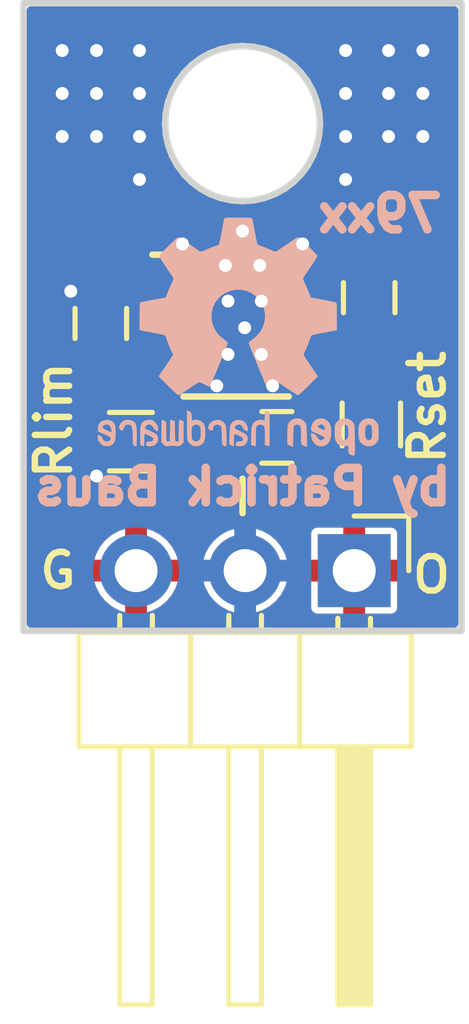
<source format=kicad_pcb>
(kicad_pcb (version 20221018) (generator pcbnew)
  (layers (0 "F.Cu" signal) (31 "B.Cu" signal) (34 "B.Paste" user) (35 "F.Paste" user) (36 "B.SilkS" user "B.Silkscreen") (37 "F.SilkS" user "F.Silkscreen") (38 "B.Mask" user) (39 "F.Mask" user) (44 "Edge.Cuts" user))
  (net 0 "")
  (net 1 "GND")
  (net 2 "Net-(C2-Pad1)")
  (net 3 "/out")
  (net 4 "IN")
  (net 5 "Net-(R1-Pad1)")
  (footprint "Resistors_SMD:R_0603" (layer "F.Cu") (at 115.5 97.2 180)
    (fp_text reference "R1" hide)
    (fp_text value "10k")
    (fp_line (start -0.5 -0.68) (end 0.5 -0.68) (stroke (width 0.12)) (layer "F.SilkS"))
    (fp_line (start 0.5 0.68) (end -0.5 0.68) (stroke (width 0.12)) (layer "F.SilkS"))
    (pad "1" smd rect (at -0.75 0 180) (size 0.5 0.9) (layers "F.Cu" "F.Paste" "F.Mask") (net 5 "Net-(R1-Pad1)"))
    (pad "2" smd rect (at 0.75 0 180) (size 0.5 0.9) (layers "F.Cu" "F.Paste" "F.Mask") (net 4 "IN"))
  )
  (footprint "Resistors_SMD:R_0603" (layer "F.Cu") (at 121.1 96.8 -90)
    (fp_text reference "R2" hide)
    (fp_text value "243k")
    (fp_line (start -0.5 -0.68) (end 0.5 -0.68) (stroke (width 0.12)) (layer "F.SilkS"))
    (fp_line (start 0.5 0.68) (end -0.5 0.68) (stroke (width 0.12)) (layer "F.SilkS"))
    (pad "1" smd rect (at -0.75 0 270) (size 0.5 0.9) (layers "F.Cu" "F.Paste" "F.Mask") (net 2 "Net-(C2-Pad1)"))
    (pad "2" smd rect (at 0.75 0 270) (size 0.5 0.9) (layers "F.Cu" "F.Paste" "F.Mask") (net 1 "GND"))
  )
  (footprint "Pin_Headers:Pin_Header_Angled_1x03_Pitch2.54mm" (layer "F.Cu") (at 120.7 100.2 -90)
    (fp_text reference "J1" hide)
    (fp_text value "CONN_01X03")
    (fp_line (start -1.27 -1.27) (end 0 -1.27) (stroke (width 0.12)) (layer "F.SilkS"))
    (fp_line (start -1.27 0) (end -1.27 -1.27) (stroke (width 0.12)) (layer "F.SilkS"))
    (fp_line (start 1.042929 2.16) (end 1.44 2.16) (stroke (width 0.12)) (layer "F.SilkS"))
    (fp_line (start 1.042929 2.92) (end 1.44 2.92) (stroke (width 0.12)) (layer "F.SilkS"))
    (fp_line (start 1.042929 4.7) (end 1.44 4.7) (stroke (width 0.12)) (layer "F.SilkS"))
    (fp_line (start 1.042929 5.46) (end 1.44 5.46) (stroke (width 0.12)) (layer "F.SilkS"))
    (fp_line (start 1.11 -0.38) (end 1.44 -0.38) (stroke (width 0.12)) (layer "F.SilkS"))
    (fp_line (start 1.11 0.38) (end 1.44 0.38) (stroke (width 0.12)) (layer "F.SilkS"))
    (fp_line (start 1.44 -1.33) (end 1.44 6.41) (stroke (width 0.12)) (layer "F.SilkS"))
    (fp_line (start 1.44 1.27) (end 4.1 1.27) (stroke (width 0.12)) (layer "F.SilkS"))
    (fp_line (start 1.44 3.81) (end 4.1 3.81) (stroke (width 0.12)) (layer "F.SilkS"))
    (fp_line (start 1.44 6.41) (end 4.1 6.41) (stroke (width 0.12)) (layer "F.SilkS"))
    (fp_line (start 4.1 -1.33) (end 1.44 -1.33) (stroke (width 0.12)) (layer "F.SilkS"))
    (fp_line (start 4.1 -0.38) (end 10.1 -0.38) (stroke (width 0.12)) (layer "F.SilkS"))
    (fp_line (start 4.1 -0.32) (end 10.1 -0.32) (stroke (width 0.12)) (layer "F.SilkS"))
    (fp_line (start 4.1 -0.2) (end 10.1 -0.2) (stroke (width 0.12)) (layer "F.SilkS"))
    (fp_line (start 4.1 -0.08) (end 10.1 -0.08) (stroke (width 0.12)) (layer "F.SilkS"))
    (fp_line (start 4.1 0.04) (end 10.1 0.04) (stroke (width 0.12)) (layer "F.SilkS"))
    (fp_line (start 4.1 0.16) (end 10.1 0.16) (stroke (width 0.12)) (layer "F.SilkS"))
    (fp_line (start 4.1 0.28) (end 10.1 0.28) (stroke (width 0.12)) (layer "F.SilkS"))
    (fp_line (start 4.1 2.16) (end 10.1 2.16) (stroke (width 0.12)) (layer "F.SilkS"))
    (fp_line (start 4.1 4.7) (end 10.1 4.7) (stroke (width 0.12)) (layer "F.SilkS"))
    (fp_line (start 4.1 6.41) (end 4.1 -1.33) (stroke (width 0.12)) (layer "F.SilkS"))
    (fp_line (start 10.1 -0.38) (end 10.1 0.38) (stroke (width 0.12)) (layer "F.SilkS"))
    (fp_line (start 10.1 0.38) (end 4.1 0.38) (stroke (width 0.12)) (layer "F.SilkS"))
    (fp_line (start 10.1 2.16) (end 10.1 2.92) (stroke (width 0.12)) (layer "F.SilkS"))
    (fp_line (start 10.1 2.92) (end 4.1 2.92) (stroke (width 0.12)) (layer "F.SilkS"))
    (fp_line (start 10.1 4.7) (end 10.1 5.46) (stroke (width 0.12)) (layer "F.SilkS"))
    (fp_line (start 10.1 5.46) (end 4.1 5.46) (stroke (width 0.12)) (layer "F.SilkS"))
    (pad "1" thru_hole rect (at 0 0 270) (size 1.7 1.7) (drill 1) (layers "*.Cu" "*.Mask") (net 3 "/out"))
    (pad "2" thru_hole oval (at 0 2.54 270) (size 1.7 1.7) (drill 1) (layers "*.Cu" "*.Mask") (net 4 "IN"))
    (pad "3" thru_hole oval (at 0 5.08 270) (size 1.7 1.7) (drill 1) (layers "*.Cu" "*.Mask") (net 1 "GND"))
  )
  (footprint "Capacitors_SMD:C_0603" (layer "F.Cu") (at 118.9 97.1 180)
    (fp_text reference "C2" hide)
    (fp_text value "100n")
    (fp_line (start -0.35 -0.6) (end 0.35 -0.6) (stroke (width 0.12)) (layer "F.SilkS"))
    (fp_line (start 0.35 0.6) (end -0.35 0.6) (stroke (width 0.12)) (layer "F.SilkS"))
    (pad "1" smd rect (at -0.75 0 180) (size 0.8 0.75) (layers "F.Cu" "F.Paste" "F.Mask") (net 2 "Net-(C2-Pad1)"))
    (pad "2" smd rect (at 0.75 0 180) (size 0.8 0.75) (layers "F.Cu" "F.Paste" "F.Mask") (net 1 "GND"))
  )
  (footprint "Capacitors_SMD:C_0603" (layer "F.Cu") (at 114.8 94.45 -90)
    (fp_text reference "C1" hide)
    (fp_text value "10u")
    (fp_line (start -0.35 -0.6) (end 0.35 -0.6) (stroke (width 0.12)) (layer "F.SilkS"))
    (fp_line (start 0.35 0.6) (end -0.35 0.6) (stroke (width 0.12)) (layer "F.SilkS"))
    (pad "1" smd rect (at -0.75 0 270) (size 0.8 0.75) (layers "F.Cu" "F.Paste" "F.Mask") (net 4 "IN"))
    (pad "2" smd rect (at 0.75 0 270) (size 0.8 0.75) (layers "F.Cu" "F.Paste" "F.Mask") (net 1 "GND"))
  )
  (footprint "Capacitors_SMD:C_0603" (layer "F.Cu") (at 121.05 93.85 -90)
    (fp_text reference "C3" hide)
    (fp_text value "10u")
    (fp_line (start -0.35 -0.6) (end 0.35 -0.6) (stroke (width 0.12)) (layer "F.SilkS"))
    (fp_line (start 0.35 0.6) (end -0.35 0.6) (stroke (width 0.12)) (layer "F.SilkS"))
    (pad "1" smd rect (at -0.75 0 270) (size 0.8 0.75) (layers "F.Cu" "F.Paste" "F.Mask") (net 3 "/out"))
    (pad "2" smd rect (at 0.75 0 270) (size 0.8 0.75) (layers "F.Cu" "F.Paste" "F.Mask") (net 1 "GND"))
  )
  (footprint "Housings_DFN_QFN:DFN-10-1EP_3x3mm_Pitch0.5mm" (layer "F.Cu") (at 117.95 94.5)
    (fp_text reference "U1" hide)
    (fp_text value "LT3090EDD")
    (fp_line (start -1.95 -1.65) (end 1.225 -1.65) (stroke (width 0.15)) (layer "F.SilkS"))
    (fp_line (start -1.225 1.65) (end 1.225 1.65) (stroke (width 0.15)) (layer "F.SilkS"))
    (pad "1" smd rect (at -1.55 -1) (size 0.65 0.3) (layers "F.Cu" "F.Paste" "F.Mask") (net 4 "IN"))
    (pad "2" smd rect (at -1.55 -0.5) (size 0.65 0.3) (layers "F.Cu" "F.Paste" "F.Mask") (net 4 "IN"))
    (pad "3" smd rect (at -1.55 0) (size 0.65 0.3) (layers "F.Cu" "F.Paste" "F.Mask") (net 5 "Net-(R1-Pad1)"))
    (pad "4" smd rect (at -1.55 0.5) (size 0.65 0.3) (layers "F.Cu" "F.Paste" "F.Mask") (net 4 "IN"))
    (pad "5" smd rect (at -1.55 1) (size 0.65 0.3) (layers "F.Cu" "F.Paste" "F.Mask") (net 1 "GND"))
    (pad "6" smd rect (at 1.55 1) (size 0.65 0.3) (layers "F.Cu" "F.Paste" "F.Mask") (net 4 "IN"))
    (pad "7" smd rect (at 1.55 0.5) (size 0.65 0.3) (layers "F.Cu" "F.Paste" "F.Mask") (net 2 "Net-(C2-Pad1)"))
    (pad "8" smd rect (at 1.55 0) (size 0.65 0.3) (layers "F.Cu" "F.Paste" "F.Mask") (net 1 "GND"))
    (pad "9" smd rect (at 1.55 -0.5) (size 0.65 0.3) (layers "F.Cu" "F.Paste" "F.Mask") (net 3 "/out"))
    (pad "10" smd rect (at 1.55 -1) (size 0.65 0.3) (layers "F.Cu" "F.Paste" "F.Mask") (net 3 "/out"))
    (pad "11" smd rect (at -0.3875 -0.62) (size 0.775 1.24) (layers "F.Cu" "F.Paste" "F.Mask") (net 4 "IN"))
    (pad "11" smd rect (at -0.3875 0.62) (size 0.775 1.24) (layers "F.Cu" "F.Paste" "F.Mask") (net 4 "IN"))
    (pad "11" smd rect (at 0.3875 -0.62) (size 0.775 1.24) (layers "F.Cu" "F.Paste" "F.Mask") (net 4 "IN"))
    (pad "11" smd rect (at 0.3875 0.62) (size 0.775 1.24) (layers "F.Cu" "F.Paste" "F.Mask") (net 4 "IN"))
  )
  (footprint "Symbols:OSHW-Logo2_7.3x6mm_SilkScreen" (layer "B.Cu") (at 118 94.75 180)
    (fp_text reference "REF***" hide)
    (fp_text value "OSHW-Logo_7.5x8mm_SilkScreen" hide)
    (fp_poly (pts (xy 2.6526 -1.958752) (xy 2.669948 -1.966334) (xy 2.711356 -1.999128) (xy 2.746765 -2.046547) (xy 2.768664 -2.097151) (xy 2.772229 -2.122098) (xy 2.760279 -2.156927) (xy 2.734067 -2.175357) (xy 2.705964 -2.186516) (xy 2.693095 -2.188572) (xy 2.686829 -2.173649) (xy 2.674456 -2.141175) (xy 2.669028 -2.126502) (xy 2.63859 -2.075744) (xy 2.59452 -2.050427) (xy 2.53801 -2.051206) (xy 2.533825 -2.052203) (xy 2.503655 -2.066507) (xy 2.481476 -2.094393) (xy 2.466327 -2.139287) (xy 2.45725 -2.204615) (xy 2.453286 -2.293804) (xy 2.452914 -2.341261) (xy 2.45273 -2.416071) (xy 2.451522 -2.467069) (xy 2.448309 -2.499471) (xy 2.442109 -2.518495) (xy 2.43194 -2.529356) (xy 2.416819 -2.537272) (xy 2.415946 -2.53767) (xy 2.386828 -2.549981) (xy 2.372403 -2.554514) (xy 2.370186 -2.540809) (xy 2.368289 -2.502925) (xy 2.366847 -2.445715) (xy 2.365998 -2.374027) (xy 2.365829 -2.321565) (xy 2.366692 -2.220047) (xy 2.37007 -2.143032) (xy 2.377142 -2.086023) (xy 2.389088 -2.044526) (xy 2.40709 -2.014043) (xy 2.432327 -1.99008) (xy 2.457247 -1.973355) (xy 2.517171 -1.951097) (xy 2.586911 -1.946076) (xy 2.6526 -1.958752)) (stroke (width 0.01)) (fill solid) (layer "B.SilkS"))
    (fp_poly (pts (xy -1.283907 -1.92778) (xy -1.237328 -1.954723) (xy -1.204943 -1.981466) (xy -1.181258 -2.009484) (xy -1.164941 -2.043748) (xy -1.154661 -2.089227) (xy -1.149086 -2.150892) (xy -1.146884 -2.233711) (xy -1.146629 -2.293246) (xy -1.146629 -2.512391) (xy -1.208314 -2.540044) (xy -1.27 -2.567697) (xy -1.277257 -2.32767) (xy -1.280256 -2.238028) (xy -1.283402 -2.172962) (xy -1.287299 -2.128026) (xy -1.292553 -2.09877) (xy -1.299769 -2.080748) (xy -1.30955 -2.069511) (xy -1.312688 -2.067079) (xy -1.360239 -2.048083) (xy -1.408303 -2.0556) (xy -1.436914 -2.075543) (xy -1.448553 -2.089675) (xy -1.456609 -2.10822) (xy -1.461729 -2.136334) (xy -1.464559 -2.179173) (xy -1.465744 -2.241895) (xy -1.465943 -2.307261) (xy -1.465982 -2.389268) (xy -1.467386 -2.447316) (xy -1.472086 -2.486465) (xy -1.482013 -2.51178) (xy -1.499097 -2.528323) (xy -1.525268 -2.541156) (xy -1.560225 -2.554491) (xy -1.598404 -2.569007) (xy -1.593859 -2.311389) (xy -1.592029 -2.218519) (xy -1.589888 -2.149889) (xy -1.586819 -2.100711) (xy -1.582206 -2.066198) (xy -1.575432 -2.041562) (xy -1.565881 -2.022016) (xy -1.554366 -2.00477) (xy -1.49881 -1.94968) (xy -1.43102 -1.917822) (xy -1.357287 -1.910191) (xy -1.283907 -1.92778)) (stroke (width 0.01)) (fill solid) (layer "B.SilkS"))
    (fp_poly (pts (xy 0.529926 -1.949755) (xy 0.595858 -1.974084) (xy 0.649273 -2.017117) (xy 0.670164 -2.047409) (xy 0.692939 -2.102994) (xy 0.692466 -2.143186) (xy 0.668562 -2.170217) (xy 0.659717 -2.174813) (xy 0.62153 -2.189144) (xy 0.602028 -2.185472) (xy 0.595422 -2.161407) (xy 0.595086 -2.148114) (xy 0.582992 -2.09921) (xy 0.551471 -2.064999) (xy 0.507659 -2.048476) (xy 0.458695 -2.052634) (xy 0.418894 -2.074227) (xy 0.40545 -2.086544) (xy 0.395921 -2.101487) (xy 0.389485 -2.124075) (xy 0.385317 -2.159328) (xy 0.382597 -2.212266) (xy 0.380502 -2.287907) (xy 0.37996 -2.311857) (xy 0.377981 -2.39379) (xy 0.375731 -2.451455) (xy 0.372357 -2.489608) (xy 0.367006 -2.513004) (xy 0.358824 -2.526398) (xy 0.346959 -2.534545) (xy 0.339362 -2.538144) (xy 0.307102 -2.550452) (xy 0.288111 -2.554514) (xy 0.281836 -2.540948) (xy 0.278006 -2.499934) (xy 0.2766 -2.430999) (xy 0.277598 -2.333669) (xy 0.277908 -2.318657) (xy 0.280101 -2.229859) (xy 0.282693 -2.165019) (xy 0.286382 -2.119067) (xy 0.291864 -2.086935) (xy 0.299835 -2.063553) (xy 0.310993 -2.043852) (xy 0.31683 -2.03541) (xy 0.350296 -1.998057) (xy 0.387727 -1.969003) (xy 0.392309 -1.966467) (xy 0.459426 -1.946443) (xy 0.529926 -1.949755)) (stroke (width 0.01)) (fill solid) (layer "B.SilkS"))
    (fp_poly (pts (xy -0.624114 -1.851289) (xy -0.619861 -1.910613) (xy -0.614975 -1.945572) (xy -0.608205 -1.96082) (xy -0.598298 -1.961015) (xy -0.595086 -1.959195) (xy -0.552356 -1.946015) (xy -0.496773 -1.946785) (xy -0.440263 -1.960333) (xy -0.404918 -1.977861) (xy -0.368679 -2.005861) (xy -0.342187 -2.037549) (xy -0.324001 -2.077813) (xy -0.312678 -2.131543) (xy -0.306778 -2.203626) (xy -0.304857 -2.298951) (xy -0.304823 -2.317237) (xy -0.3048 -2.522646) (xy -0.350509 -2.53858) (xy -0.382973 -2.54942) (xy -0.400785 -2.554468) (xy -0.401309 -2.554514) (xy -0.403063 -2.540828) (xy -0.404556 -2.503076) (xy -0.405674 -2.446224) (xy -0.406303 -2.375234) (xy -0.4064 -2.332073) (xy -0.406602 -2.246973) (xy -0.407642 -2.185981) (xy -0.410169 -2.144177) (xy -0.414836 -2.116642) (xy -0.422293 -2.098456) (xy -0.433189 -2.084698) (xy -0.439993 -2.078073) (xy -0.486728 -2.051375) (xy -0.537728 -2.049375) (xy -0.583999 -2.071955) (xy -0.592556 -2.080107) (xy -0.605107 -2.095436) (xy -0.613812 -2.113618) (xy -0.619369 -2.139909) (xy -0.622474 -2.179562) (xy -0.623824 -2.237832) (xy -0.624114 -2.318173) (xy -0.624114 -2.522646) (xy -0.669823 -2.53858) (xy -0.702287 -2.54942) (xy -0.720099 -2.554468) (xy -0.720623 -2.554514) (xy -0.721963 -2.540623) (xy -0.723172 -2.501439) (xy -0.724199 -2.4407) (xy -0.724998 -2.362141) (xy -0.725519 -2.269498) (xy -0.725714 -2.166509) (xy -0.725714 -1.769342) (xy -0.678543 -1.749444) (xy -0.631371 -1.729547) (xy -0.624114 -1.851289)) (stroke (width 0.01)) (fill solid) (layer "B.SilkS"))
    (fp_poly (pts (xy 1.779833 -1.958663) (xy 1.782048 -1.99685) (xy 1.783784 -2.054886) (xy 1.784899 -2.12818) (xy 1.785257 -2.205055) (xy 1.785257 -2.465196) (xy 1.739326 -2.511127) (xy 1.707675 -2.539429) (xy 1.67989 -2.550893) (xy 1.641915 -2.550168) (xy 1.62684 -2.548321) (xy 1.579726 -2.542948) (xy 1.540756 -2.539869) (xy 1.531257 -2.539585) (xy 1.499233 -2.541445) (xy 1.453432 -2.546114) (xy 1.435674 -2.548321) (xy 1.392057 -2.551735) (xy 1.362745 -2.54432) (xy 1.33368 -2.521427) (xy 1.323188 -2.511127) (xy 1.277257 -2.465196) (xy 1.277257 -1.978602) (xy 1.314226 -1.961758) (xy 1.346059 -1.949282) (xy 1.364683 -1.944914) (xy 1.369458 -1.958718) (xy 1.373921 -1.997286) (xy 1.377775 -2.056356) (xy 1.380722 -2.131663) (xy 1.382143 -2.195286) (xy 1.386114 -2.445657) (xy 1.420759 -2.450556) (xy 1.452268 -2.447131) (xy 1.467708 -2.436041) (xy 1.472023 -2.415308) (xy 1.475708 -2.371145) (xy 1.478469 -2.309146) (xy 1.480012 -2.234909) (xy 1.480235 -2.196706) (xy 1.480457 -1.976783) (xy 1.526166 -1.960849) (xy 1.558518 -1.950015) (xy 1.576115 -1.944962) (xy 1.576623 -1.944914) (xy 1.578388 -1.958648) (xy 1.580329 -1.99673) (xy 1.582282 -2.054482) (xy 1.584084 -2.127227) (xy 1.585343 -2.195286) (xy 1.589314 -2.445657) (xy 1.6764 -2.445657) (xy 1.680396 -2.21724) (xy 1.684392 -1.988822) (xy 1.726847 -1.966868) (xy 1.758192 -1.951793) (xy 1.776744 -1.944951) (xy 1.777279 -1.944914) (xy 1.779833 -1.958663)) (stroke (width 0.01)) (fill solid) (layer "B.SilkS"))
    (fp_poly (pts (xy -2.958885 -1.921962) (xy -2.890855 -1.957733) (xy -2.840649 -2.015301) (xy -2.822815 -2.052312) (xy -2.808937 -2.107882) (xy -2.801833 -2.178096) (xy -2.80116 -2.254727) (xy -2.806573 -2.329552) (xy -2.81773 -2.394342) (xy -2.834286 -2.440873) (xy -2.839374 -2.448887) (xy -2.899645 -2.508707) (xy -2.971231 -2.544535) (xy -3.048908 -2.55502) (xy -3.127452 -2.53881) (xy -3.149311 -2.529092) (xy -3.191878 -2.499143) (xy -3.229237 -2.459433) (xy -3.232768 -2.454397) (xy -3.247119 -2.430124) (xy -3.256606 -2.404178) (xy -3.26221 -2.370022) (xy -3.264914 -2.321119) (xy -3.265701 -2.250935) (xy -3.265714 -2.2352) (xy -3.265678 -2.230192) (xy -3.120571 -2.230192) (xy -3.119727 -2.29643) (xy -3.116404 -2.340386) (xy -3.109417 -2.368779) (xy -3.097584 -2.388325) (xy -3.091543 -2.394857) (xy -3.056814 -2.41968) (xy -3.023097 -2.418548) (xy -2.989005 -2.397016) (xy -2.968671 -2.374029) (xy -2.956629 -2.340478) (xy -2.949866 -2.287569) (xy -2.949402 -2.281399) (xy -2.948248 -2.185513) (xy -2.960312 -2.114299) (xy -2.98543 -2.068194) (xy -3.02344 -2.047635) (xy -3.037008 -2.046514) (xy -3.072636 -2.052152) (xy -3.097006 -2.071686) (xy -3.111907 -2.109042) (xy -3.119125 -2.16815) (xy -3.120571 -2.230192) (xy -3.265678 -2.230192) (xy -3.265174 -2.160413) (xy -3.262904 -2.108159) (xy -3.257932 -2.071949) (xy -3.249287 -2.045299) (xy -3.235995 -2.021722) (xy -3.233057 -2.017338) (xy -3.183687 -1.958249) (xy -3.129891 -1.923947) (xy -3.064398 -1.910331) (xy -3.042158 -1.909665) (xy -2.958885 -1.921962)) (stroke (width 0.01)) (fill solid) (layer "B.SilkS"))
    (fp_poly (pts (xy 3.153595 -1.966966) (xy 3.211021 -2.004497) (xy 3.238719 -2.038096) (xy 3.260662 -2.099064) (xy 3.262405 -2.147308) (xy 3.258457 -2.211816) (xy 3.109686 -2.276934) (xy 3.037349 -2.310202) (xy 2.990084 -2.336964) (xy 2.965507 -2.360144) (xy 2.961237 -2.382667) (xy 2.974889 -2.407455) (xy 2.989943 -2.423886) (xy 3.033746 -2.450235) (xy 3.081389 -2.452081) (xy 3.125145 -2.431546) (xy 3.157289 -2.390752) (xy 3.163038 -2.376347) (xy 3.190576 -2.331356) (xy 3.222258 -2.312182) (xy 3.265714 -2.295779) (xy 3.265714 -2.357966) (xy 3.261872 -2.400283) (xy 3.246823 -2.435969) (xy 3.21528 -2.476943) (xy 3.210592 -2.482267) (xy 3.175506 -2.51872) (xy 3.145347 -2.538283) (xy 3.107615 -2.547283) (xy 3.076335 -2.55023) (xy 3.020385 -2.550965) (xy 2.980555 -2.54166) (xy 2.955708 -2.527846) (xy 2.916656 -2.497467) (xy 2.889625 -2.464613) (xy 2.872517 -2.423294) (xy 2.863238 -2.367521) (xy 2.859693 -2.291305) (xy 2.85941 -2.252622) (xy 2.860372 -2.206247) (xy 2.948007 -2.206247) (xy 2.949023 -2.231126) (xy 2.951556 -2.2352) (xy 2.968274 -2.229665) (xy 3.004249 -2.215017) (xy 3.052331 -2.19419) (xy 3.062386 -2.189714) (xy 3.123152 -2.158814) (xy 3.156632 -2.131657) (xy 3.16399 -2.10622) (xy 3.146391 -2.080481) (xy 3.131856 -2.069109) (xy 3.07941 -2.046364) (xy 3.030322 -2.050122) (xy 2.989227 -2.077884) (xy 2.960758 -2.127152) (xy 2.951631 -2.166257) (xy 2.948007 -2.206247) (xy 2.860372 -2.206247) (xy 2.861285 -2.162249) (xy 2.868196 -2.095384) (xy 2.881884 -2.046695) (xy 2.904096 -2.010849) (xy 2.936574 -1.982513) (xy 2.950733 -1.973355) (xy 3.015053 -1.949507) (xy 3.085473 -1.948006) (xy 3.153595 -1.966966)) (stroke (width 0.01)) (fill solid) (layer "B.SilkS"))
    (fp_poly (pts (xy 1.190117 -2.065358) (xy 1.189933 -2.173837) (xy 1.189219 -2.257287) (xy 1.187675 -2.319704) (xy 1.185001 -2.365085) (xy 1.180894 -2.397429) (xy 1.175055 -2.420733) (xy 1.167182 -2.438995) (xy 1.161221 -2.449418) (xy 1.111855 -2.505945) (xy 1.049264 -2.541377) (xy 0.980013 -2.55409) (xy 0.910668 -2.542463) (xy 0.869375 -2.521568) (xy 0.826025 -2.485422) (xy 0.796481 -2.441276) (xy 0.778655 -2.383462) (xy 0.770463 -2.306313) (xy 0.769302 -2.249714) (xy 0.769458 -2.245647) (xy 0.870857 -2.245647) (xy 0.871476 -2.31055) (xy 0.874314 -2.353514) (xy 0.88084 -2.381622) (xy 0.892523 -2.401953) (xy 0.906483 -2.417288) (xy 0.953365 -2.44689) (xy 1.003701 -2.449419) (xy 1.051276 -2.424705) (xy 1.054979 -2.421356) (xy 1.070783 -2.403935) (xy 1.080693 -2.383209) (xy 1.086058 -2.352362) (xy 1.088228 -2.304577) (xy 1.088571 -2.251748) (xy 1.087827 -2.185381) (xy 1.084748 -2.141106) (xy 1.078061 -2.112009) (xy 1.066496 -2.091173) (xy 1.057013 -2.080107) (xy 1.01296 -2.052198) (xy 0.962224 -2.048843) (xy 0.913796 -2.070159) (xy 0.90445 -2.078073) (xy 0.88854 -2.095647) (xy 0.87861 -2.116587) (xy 0.873278 -2.147782) (xy 0.871163 -2.196122) (xy 0.870857 -2.245647) (xy 0.769458 -2.245647) (xy 0.77281 -2.158568) (xy 0.784726 -2.090086) (xy 0.807135 -2.0386) (xy 0.842124 -1.998443) (xy 0.869375 -1.977861) (xy 0.918907 -1.955625) (xy 0.976316 -1.945304) (xy 1.029682 -1.948067) (xy 1.059543 -1.959212) (xy 1.071261 -1.962383) (xy 1.079037 -1.950557) (xy 1.084465 -1.918866) (xy 1.088571 -1.870593) (xy 1.093067 -1.816829) (xy 1.099313 -1.784482) (xy 1.110676 -1.765985) (xy 1.130528 -1.75377) (xy 1.143 -1.748362) (xy 1.190171 -1.728601) (xy 1.190117 -2.065358)) (stroke (width 0.01)) (fill solid) (layer "B.SilkS"))
    (fp_poly (pts (xy -1.831697 -1.931239) (xy -1.774473 -1.969735) (xy -1.730251 -2.025335) (xy -1.703833 -2.096086) (xy -1.69849 -2.148162) (xy -1.699097 -2.169893) (xy -1.704178 -2.186531) (xy -1.718145 -2.201437) (xy -1.745411 -2.217973) (xy -1.790388 -2.239498) (xy -1.857489 -2.269374) (xy -1.857829 -2.269524) (xy -1.919593 -2.297813) (xy -1.970241 -2.322933) (xy -2.004596 -2.342179) (xy -2.017482 -2.352848) (xy -2.017486 -2.352934) (xy -2.006128 -2.376166) (xy -1.979569 -2.401774) (xy -1.949077 -2.420221) (xy -1.93363 -2.423886) (xy -1.891485 -2.411212) (xy -1.855192 -2.379471) (xy -1.837483 -2.344572) (xy -1.820448 -2.318845) (xy -1.787078 -2.289546) (xy -1.747851 -2.264235) (xy -1.713244 -2.250471) (xy -1.706007 -2.249714) (xy -1.697861 -2.26216) (xy -1.69737 -2.293972) (xy -1.703357 -2.336866) (xy -1.714643 -2.382558) (xy -1.73005 -2.422761) (xy -1.730829 -2.424322) (xy -1.777196 -2.489062) (xy -1.837289 -2.533097) (xy -1.905535 -2.554711) (xy -1.976362 -2.552185) (xy -2.044196 -2.523804) (xy -2.047212 -2.521808) (xy -2.100573 -2.473448) (xy -2.13566 -2.410352) (xy -2.155078 -2.327387) (xy -2.157684 -2.304078) (xy -2.162299 -2.194055) (xy -2.156767 -2.142748) (xy -2.017486 -2.142748) (xy -2.015676 -2.174753) (xy -2.005778 -2.184093) (xy -1.981102 -2.177105) (xy -1.942205 -2.160587) (xy -1.898725 -2.139881) (xy -1.897644 -2.139333) (xy -1.860791 -2.119949) (xy -1.846 -2.107013) (xy -1.849647 -2.093451) (xy -1.865005 -2.075632) (xy -1.904077 -2.049845) (xy -1.946154 -2.04795) (xy -1.983897 -2.066717) (xy -2.009966 -2.102915) (xy -2.017486 -2.142748) (xy -2.156767 -2.142748) (xy -2.152806 -2.106027) (xy -2.12845 -2.036212) (xy -2.094544 -1.987302) (xy -2.033347 -1.937878) (xy -1.965937 -1.913359) (xy -1.89712 -1.911797) (xy -1.831697 -1.931239)) (stroke (width 0.01)) (fill solid) (layer "B.SilkS"))
    (fp_poly (pts (xy 0.039744 -1.950968) (xy 0.096616 -1.972087) (xy 0.097267 -1.972493) (xy 0.13244 -1.99838) (xy 0.158407 -2.028633) (xy 0.17667 -2.068058) (xy 0.188732 -2.121462) (xy 0.196096 -2.193651) (xy 0.200264 -2.289432) (xy 0.200629 -2.303078) (xy 0.205876 -2.508842) (xy 0.161716 -2.531678) (xy 0.129763 -2.54711) (xy 0.11047 -2.554423) (xy 0.109578 -2.554514) (xy 0.106239 -2.541022) (xy 0.103587 -2.504626) (xy 0.101956 -2.451452) (xy 0.1016 -2.408393) (xy 0.101592 -2.338641) (xy 0.098403 -2.294837) (xy 0.087288 -2.273944) (xy 0.063501 -2.272925) (xy 0.022296 -2.288741) (xy -0.039914 -2.317815) (xy -0.085659 -2.341963) (xy -0.109187 -2.362913) (xy -0.116104 -2.385747) (xy -0.116114 -2.386877) (xy -0.104701 -2.426212) (xy -0.070908 -2.447462) (xy -0.019191 -2.450539) (xy 0.018061 -2.450006) (xy 0.037703 -2.460735) (xy 0.049952 -2.486505) (xy 0.057002 -2.519337) (xy 0.046842 -2.537966) (xy 0.043017 -2.540632) (xy 0.007001 -2.55134) (xy -0.043434 -2.552856) (xy -0.095374 -2.545759) (xy -0.132178 -2.532788) (xy -0.183062 -2.489585) (xy -0.211986 -2.429446) (xy -0.217714 -2.382462) (xy -0.213343 -2.340082) (xy -0.197525 -2.305488) (xy -0.166203 -2.274763) (xy -0.115322 -2.24399) (xy -0.040824 -2.209252) (xy -0.036286 -2.207288) (xy 0.030821 -2.176287) (xy 0.072232 -2.150862) (xy 0.089981 -2.128014) (xy 0.086107 -2.104745) (xy 0.062643 -2.078056) (xy 0.055627 -2.071914) (xy 0.00863 -2.0481) (xy -0.040067 -2.049103) (xy -0.082478 -2.072451) (xy -0.110616 -2.115675) (xy -0.113231 -2.12416) (xy -0.138692 -2.165308) (xy -0.170999 -2.185128) (xy -0.217714 -2.20477) (xy -0.217714 -2.15395) (xy -0.203504 -2.080082) (xy -0.161325 -2.012327) (xy -0.139376 -1.989661) (xy -0.089483 -1.960569) (xy -0.026033 -1.9474) (xy 0.039744 -1.950968)) (stroke (width 0.01)) (fill solid) (layer "B.SilkS"))
    (fp_poly (pts (xy -2.400256 -1.919918) (xy -2.344799 -1.947568) (xy -2.295852 -1.99848) (xy -2.282371 -2.017338) (xy -2.267686 -2.042015) (xy -2.258158 -2.068816) (xy -2.252707 -2.104587) (xy -2.250253 -2.156169) (xy -2.249714 -2.224267) (xy -2.252148 -2.317588) (xy -2.260606 -2.387657) (xy -2.276826 -2.439931) (xy -2.302546 -2.479869) (xy -2.339503 -2.512929) (xy -2.342218 -2.514886) (xy -2.37864 -2.534908) (xy -2.422498 -2.544815) (xy -2.478276 -2.547257) (xy -2.568952 -2.547257) (xy -2.56899 -2.635283) (xy -2.569834 -2.684308) (xy -2.574976 -2.713065) (xy -2.588413 -2.730311) (xy -2.614142 -2.744808) (xy -2.620321 -2.747769) (xy -2.649236 -2.761648) (xy -2.671624 -2.770414) (xy -2.688271 -2.771171) (xy -2.699964 -2.761023) (xy -2.70749 -2.737073) (xy -2.711634 -2.696426) (xy -2.713185 -2.636186) (xy -2.712929 -2.553455) (xy -2.711651 -2.445339) (xy -2.711252 -2.413) (xy -2.709815 -2.301524) (xy -2.708528 -2.228603) (xy -2.569029 -2.228603) (xy -2.568245 -2.290499) (xy -2.56476 -2.330997) (xy -2.556876 -2.357708) (xy -2.542895 -2.378244) (xy -2.533403 -2.38826) (xy -2.494596 -2.417567) (xy -2.460237 -2.419952) (xy -2.424784 -2.39575) (xy -2.423886 -2.394857) (xy -2.409461 -2.376153) (xy -2.400687 -2.350732) (xy -2.396261 -2.311584) (xy -2.394882 -2.251697) (xy -2.394857 -2.23843) (xy -2.398188 -2.155901) (xy -2.409031 -2.098691) (xy -2.42866 -2.063766) (xy -2.45835 -2.048094) (xy -2.475509 -2.046514) (xy -2.516234 -2.053926) (xy -2.544168 -2.07833) (xy -2.560983 -2.12298) (xy -2.56835 -2.19113) (xy -2.569029 -2.228603) (xy -2.708528 -2.228603) (xy -2.708292 -2.215245) (xy -2.706323 -2.150333) (xy -2.70355 -2.102958) (xy -2.699612 -2.06929) (xy -2.694151 -2.045498) (xy -2.686808 -2.027753) (xy -2.677223 -2.012224) (xy -2.673113 -2.006381) (xy -2.618595 -1.951185) (xy -2.549664 -1.91989) (xy -2.469928 -1.911165) (xy -2.400256 -1.919918)) (stroke (width 0.01)) (fill solid) (layer "B.SilkS"))
    (fp_poly (pts (xy 2.144876 -1.956335) (xy 2.186667 -1.975344) (xy 2.219469 -1.998378) (xy 2.243503 -2.024133) (xy 2.260097 -2.057358) (xy 2.270577 -2.1028) (xy 2.276271 -2.165207) (xy 2.278507 -2.249327) (xy 2.278743 -2.304721) (xy 2.278743 -2.520826) (xy 2.241774 -2.53767) (xy 2.212656 -2.549981) (xy 2.198231 -2.554514) (xy 2.195472 -2.541025) (xy 2.193282 -2.504653) (xy 2.191942 -2.451542) (xy 2.191657 -2.409372) (xy 2.190434 -2.348447) (xy 2.187136 -2.300115) (xy 2.182321 -2.270518) (xy 2.178496 -2.264229) (xy 2.152783 -2.270652) (xy 2.112418 -2.287125) (xy 2.065679 -2.309458) (xy 2.020845 -2.333457) (xy 1.986193 -2.35493) (xy 1.970002 -2.369685) (xy 1.969938 -2.369845) (xy 1.97133 -2.397152) (xy 1.983818 -2.423219) (xy 2.005743 -2.444392) (xy 2.037743 -2.451474) (xy 2.065092 -2.450649) (xy 2.103826 -2.450042) (xy 2.124158 -2.459116) (xy 2.136369 -2.483092) (xy 2.137909 -2.487613) (xy 2.143203 -2.521806) (xy 2.129047 -2.542568) (xy 2.092148 -2.552462) (xy 2.052289 -2.554292) (xy 1.980562 -2.540727) (xy 1.943432 -2.521355) (xy 1.897576 -2.475845) (xy 1.873256 -2.419983) (xy 1.871073 -2.360957) (xy 1.891629 -2.305953) (xy 1.922549 -2.271486) (xy 1.95342 -2.252189) (xy 2.001942 -2.227759) (xy 2.058485 -2.202985) (xy 2.06791 -2.199199) (xy 2.130019 -2.171791) (xy 2.165822 -2.147634) (xy 2.177337 -2.123619) (xy 2.16658 -2.096635) (xy 2.148114 -2.075543) (xy 2.104469 -2.049572) (xy 2.056446 -2.047624) (xy 2.012406 -2.067637) (xy 1.980709 -2.107551) (xy 1.976549 -2.117848) (xy 1.952327 -2.155724) (xy 1.916965 -2.183842) (xy 1.872343 -2.206917) (xy 1.872343 -2.141485) (xy 1.874969 -2.101506) (xy 1.88623 -2.069997) (xy 1.911199 -2.036378) (xy 1.935169 -2.010484) (xy 1.972441 -1.973817) (xy 2.001401 -1.954121) (xy 2.032505 -1.94622) (xy 2.067713 -1.944914) (xy 2.144876 -1.956335)) (stroke (width 0.01)) (fill solid) (layer "B.SilkS"))
    (fp_poly (pts (xy 0.10391 2.757652) (xy 0.182454 2.757222) (xy 0.239298 2.756058) (xy 0.278105 2.753793) (xy 0.302538 2.75006) (xy 0.316262 2.744494) (xy 0.32294 2.736727) (xy 0.326236 2.726395) (xy 0.326556 2.725057) (xy 0.331562 2.700921) (xy 0.340829 2.653299) (xy 0.353392 2.587259) (xy 0.368287 2.507872) (xy 0.384551 2.420204) (xy 0.385119 2.417125) (xy 0.40141 2.331211) (xy 0.416652 2.255304) (xy 0.429861 2.193955) (xy 0.440054 2.151718) (xy 0.446248 2.133145) (xy 0.446543 2.132816) (xy 0.464788 2.123747) (xy 0.502405 2.108633) (xy 0.551271 2.090738) (xy 0.551543 2.090642) (xy 0.613093 2.067507) (xy 0.685657 2.038035) (xy 0.754057 2.008403) (xy 0.757294 2.006938) (xy 0.868702 1.956374) (xy 1.115399 2.12484) (xy 1.191077 2.176197) (xy 1.259631 2.222111) (xy 1.317088 2.25997) (xy 1.359476 2.287163) (xy 1.382825 2.301079) (xy 1.385042 2.302111) (xy 1.40201 2.297516) (xy 1.433701 2.275345) (xy 1.481352 2.234553) (xy 1.546198 2.174095) (xy 1.612397 2.109773) (xy 1.676214 2.046388) (xy 1.733329 1.988549) (xy 1.780305 1.939825) (xy 1.813703 1.90379) (xy 1.830085 1.884016) (xy 1.830694 1.882998) (xy 1.832505 1.869428) (xy 1.825683 1.847267) (xy 1.80854 1.813522) (xy 1.779393 1.7652) (xy 1.736555 1.699308) (xy 1.679448 1.614483) (xy 1.628766 1.539823) (xy 1.583461 1.47286) (xy 1.54615 1.417484) (xy 1.519452 1.37758) (xy 1.505985 1.357038) (xy 1.505137 1.355644) (xy 1.506781 1.335962) (xy 1.519245 1.297707) (xy 1.540048 1.248111) (xy 1.547462 1.232272) (xy 1.579814 1.16171) (xy 1.614328 1.081647) (xy 1.642365 1.012371) (xy 1.662568 0.960955) (xy 1.678615 0.921881) (xy 1.687888 0.901459) (xy 1.689041 0.899886) (xy 1.706096 0.897279) (xy 1.746298 0.890137) (xy 1.804302 0.879477) (xy 1.874763 0.866315) (xy 1.952335 0.851667) (xy 2.031672 0.836551) (xy 2.107431 0.821982) (xy 2.174264 0.808978) (xy 2.226828 0.798555) (xy 2.259776 0.79173) (xy 2.267857 0.789801) (xy 2.276205 0.785038) (xy 2.282506 0.774282) (xy 2.287045 0.753902) (xy 2.290104 0.720266) (xy 2.291967 0.669745) (xy 2.292918 0.598708) (xy 2.29324 0.503524) (xy 2.293257 0.464508) (xy 2.293257 0.147201) (xy 2.217057 0.132161) (xy 2.174663 0.124005) (xy 2.1114 0.112101) (xy 2.034962 0.097884) (xy 1.953043 0.08279) (xy 1.9304 0.078645) (xy 1.854806 0.063947) (xy 1.788953 0.049495) (xy 1.738366 0.036625) (xy 1.708574 0.026678) (xy 1.703612 0.023713) (xy 1.691426 0.002717) (xy 1.673953 -0.037967) (xy 1.654577 -0.090322) (xy 1.650734 -0.1016) (xy 1.625339 -0.171523) (xy 1.593817 -0.250418) (xy 1.562969 -0.321266) (xy 1.562817 -0.321595) (xy 1.511447 -0.432733) (xy 1.680399 -0.681253) (xy 1.849352 -0.929772) (xy 1.632429 -1.147058) (xy 1.566819 -1.211726) (xy 1.506979 -1.268733) (xy 1.456267 -1.315033) (xy 1.418046 -1.347584) (xy 1.395675 -1.363343) (xy 1.392466 -1.364343) (xy 1.373626 -1.356469) (xy 1.33518 -1.334578) (xy 1.28133 -1.301267) (xy 1.216276 -1.259131) (xy 1.14594 -1.211943) (xy 1.074555 -1.16381) (xy 1.010908 -1.121928) (xy 0.959041 -1.088871) (xy 0.922995 -1.067218) (xy 0.906867 -1.059543) (xy 0.887189 -1.066037) (xy 0.849875 -1.08315) (xy 0.802621 -1.107326) (xy 0.797612 -1.110013) (xy 0.733977 -1.141927) (xy 0.690341 -1.157579) (xy 0.663202 -1.157745) (xy 0.649057 -1.143204) (xy 0.648975 -1.143) (xy 0.641905 -1.125779) (xy 0.625042 -1.084899) (xy 0.599695 -1.023525) (xy 0.567171 -0.944819) (xy 0.528778 -0.851947) (xy 0.485822 -0.748072) (xy 0.444222 -0.647502) (xy 0.398504 -0.536516) (xy 0.356526 -0.433703) (xy 0.319548 -0.342215) (xy 0.288827 -0.265201) (xy 0.265622 -0.205815) (xy 0.25119 -0.167209) (xy 0.246743 -0.1528) (xy 0.257896 -0.136272) (xy 0.287069 -0.10993) (xy 0.325971 -0.080887) (xy 0.436757 0.010961) (xy 0.523351 0.116241) (xy 0.584716 0.232734) (xy 0.619815 0.358224) (xy 0.627608 0.490493) (xy 0.621943 0.551543) (xy 0.591078 0.678205) (xy 0.53792 0.790059) (xy 0.465767 0.885999) (xy 0.377917 0.964924) (xy 0.277665 1.02573) (xy 0.16831 1.067313) (xy 0.053147 1.088572) (xy -0.064525 1.088401) (xy -0.18141 1.065699) (xy -0.294211 1.019362) (xy -0.399631 0.948287) (xy -0.443632 0.908089) (xy -0.528021 0.804871) (xy -0.586778 0.692075) (xy -0.620296 0.57299) (xy -0.628965 0.450905) (xy -0.613177 0.329107) (xy -0.573322 0.210884) (xy -0.509793 0.099525) (xy -0.422979 -0.001684) (xy -0.325971 -0.080887) (xy -0.285563 -0.111162) (xy -0.257018 -0.137219) (xy -0.246743 -0.152825) (xy -0.252123 -0.169843) (xy -0.267425 -0.2105) (xy -0.291388 -0.271642) (xy -0.322756 -0.350119) (xy -0.360268 -0.44278) (xy -0.402667 -0.546472) (xy -0.444337 -0.647526) (xy -0.49031 -0.758607) (xy -0.532893 -0.861541) (xy -0.570779 -0.953165) (xy -0.60266 -1.030316) (xy -0.627229 -1.089831) (xy -0.64318 -1.128544) (xy -0.64909 -1.143) (xy -0.663052 -1.157685) (xy -0.69006 -1.157642) (xy -0.733587 -1.142099) (xy -0.79711 -1.110284) (xy -0.797612 -1.110013) (xy -0.84544 -1.085323) (xy -0.884103 -1.067338) (xy -0.905905 -1.059614) (xy -0.906867 -1.059543) (xy -0.923279 -1.067378) (xy -0.959513 -1.089165) (xy -1.011526 -1.122328) (xy -1.075275 -1.164291) (xy -1.14594 -1.211943) (xy -1.217884 -1.260191) (xy -1.282726 -1.302151) (xy -1.336265 -1.335227) (xy -1.374303 -1.356821) (xy -1.392467 -1.364343) (xy -1.409192 -1.354457) (xy -1.44282 -1.326826) (xy -1.48999 -1.284495) (xy -1.547342 -1.230505) (xy -1.611516 -1.167899) (xy -1.632503 -1.146983) (xy -1.849501 -0.929623) (xy -1.684332 -0.68722) (xy -1.634136 -0.612781) (xy -1.590081 -0.545972) (xy -1.554638 -0.490665) (xy -1.530281 -0.450729) (xy -1.519478 -0.430036) (xy -1.519162 -0.428563) (xy -1.524857 -0.409058) (xy -1.540174 -0.369822) (xy -1.562463 -0.31743) (xy -1.578107 -0.282355) (xy -1.607359 -0.215201) (xy -1.634906 -0.147358) (xy -1.656263 -0.090034) (xy -1.662065 -0.072572) (xy -1.678548 -0.025938) (xy -1.69466 0.010095) (xy -1.70351 0.023713) (xy -1.72304 0.032048) (xy -1.765666 0.043863) (xy -1.825855 0.057819) (xy -1.898078 0.072578) (xy -1.9304 0.078645) (xy -2.012478 0.093727) (xy -2.091205 0.108331) (xy -2.158891 0.12102) (xy -2.20784 0.130358) (xy -2.217057 0.132161) (xy -2.293257 0.147201) (xy -2.293257 0.464508) (xy -2.293086 0.568846) (xy -2.292384 0.647787) (xy -2.290866 0.704962) (xy -2.288251 0.744001) (xy -2.284254 0.768535) (xy -2.278591 0.782195) (xy -2.27098 0.788611) (xy -2.267857 0.789801) (xy -2.249022 0.79402) (xy -2.207412 0.802438) (xy -2.14837 0.814039) (xy -2.077243 0.827805) (xy -1.999375 0.84272) (xy -1.920113 0.857768) (xy -1.844802 0.871931) (xy -1.778787 0.884194) (xy -1.727413 0.893539) (xy -1.696025 0.89895) (xy -1.689041 0.899886) (xy -1.682715 0.912404) (xy -1.66871 0.945754) (xy -1.649645 0.993623) (xy -1.642366 1.012371) (xy -1.613004 1.084805) (xy -1.578429 1.16483) (xy -1.547463 1.232272) (xy -1.524677 1.283841) (xy -1.509518 1.326215) (xy -1.504458 1.352166) (xy -1.505264 1.355644) (xy -1.515959 1.372064) (xy -1.54038 1.408583) (xy -1.575905 1.461313) (xy -1.619913 1.526365) (xy -1.669783 1.599849) (xy -1.679644 1.614355) (xy -1.737508 1.700296) (xy -1.780044 1.765739) (xy -1.808946 1.813696) (xy -1.82591 1.84718) (xy -1.832633 1.869205) (xy -1.83081 1.882783) (xy -1.830764 1.882869) (xy -1.816414 1.900703) (xy -1.784677 1.935183) (xy -1.73899 1.982732) (xy -1.682796 2.039778) (xy -1.619532 2.102745) (xy -1.612398 2.109773) (xy -1.53267 2.18698) (xy -1.471143 2.24367) (xy -1.426579 2.28089) (xy -1.397743 2.299685) (xy -1.385042 2.302111) (xy -1.366506 2.291529) (xy -1.328039 2.267084) (xy -1.273614 2.231388) (xy -1.207202 2.187053) (xy -1.132775 2.136689) (xy -1.115399 2.12484) (xy -0.868703 1.956374) (xy -0.757294 2.006938) (xy -0.689543 2.036405) (xy -0.616817 2.066041) (xy -0.554297 2.08967) (xy -0.551543 2.090642) (xy -0.50264 2.108543) (xy -0.464943 2.12368) (xy -0.446575 2.13279) (xy -0.446544 2.132816) (xy -0.440715 2.149283) (xy -0.430808 2.189781) (xy -0.417805 2.249758) (xy -0.402691 2.32466) (xy -0.386448 2.409936) (xy -0.385119 2.417125) (xy -0.368825 2.504986) (xy -0.353867 2.58474) (xy -0.341209 2.651319) (xy -0.331814 2.699653) (xy -0.326646 2.724675) (xy -0.326556 2.725057) (xy -0.323411 2.735701) (xy -0.317296 2.743738) (xy -0.304547 2.749533) (xy -0.2815 2.753453) (xy -0.244491 2.755865) (xy -0.189856 2.757135) (xy -0.113933 2.757629) (xy -0.013056 2.757714) (xy 0 2.757714) (xy 0.10391 2.757652)) (stroke (width 0.01)) (fill solid) (layer "B.SilkS"))
  )
  (gr_line (start 123.2 87) (end 123.2 87) (stroke (width 0.15)) (layer "Edge.Cuts"))
  (gr_line (start 113 87) (end 123.2 87) (stroke (width 0.15)) (layer "Edge.Cuts"))
  (gr_line (start 123.2 87) (end 123.2 101.6) (stroke (width 0.15)) (layer "Edge.Cuts"))
  (gr_circle (center 118.1 89.8) (end 119.9 89.8) (stroke (width 0.15)) (fill none) (layer "Edge.Cuts"))
  (gr_line (start 113 87) (end 113 101.6) (stroke (width 0.15)) (layer "Edge.Cuts"))
  (gr_line (start 113 101.6) (end 123.2 101.6) (stroke (width 0.15)) (layer "Edge.Cuts"))
  (gr_text "by Patrick Baus" (at 118.1 98.25) (layer "B.SilkS") (effects (font (size 0.8 0.8) (thickness 0.2)) (justify mirror)))
  (gr_text "79xx" (at 121.3 91.9) (layer "B.SilkS") (effects (font (size 0.8 0.8) (thickness 0.2)) (justify mirror)))
  (gr_text "I" (at 118.1 98.5) (layer "F.SilkS") (effects (font (size 0.8 0.8))))
  (gr_text "O" (at 122.5 100.3) (layer "F.SilkS") (effects (font (size 0.8 0.8))))
  (gr_text "Rset" (at 122.4 96.4 90) (layer "F.SilkS") (effects (font (size 0.8 0.8))))
  (gr_text "Rlim" (at 113.7 96.7 90) (layer "F.SilkS") (effects (font (size 0.8 0.8))))
  (gr_text "G" (at 113.8 100.2) (layer "F.SilkS") (effects (font (size 0.8 0.8))))
  (segment (start 121.1 96.05) (end 120.95 96.05) (width 0.15) (layer "F.Cu") (net 2))
  (segment (start 120.5 96.5) (end 120.25 96.5) (width 0.15) (layer "F.Cu") (net 2))
  (segment (start 120.85 96.05) (end 121.1 96.05) (width 0.15) (layer "F.Cu") (net 2))
  (segment (start 120.95 96.05) (end 120.5 96.5) (width 0.15) (layer "F.Cu") (net 2))
  (segment (start 120.25 96.5) (end 119.65 97.1) (width 0.15) (layer "F.Cu") (net 2))
  (segment (start 119.5 95) (end 119.8 95) (width 0.15) (layer "F.Cu") (net 2))
  (segment (start 119.8 95) (end 120.85 96.05) (width 0.15) (layer "F.Cu") (net 2))
  (segment (start 119.5 93.5) (end 119.5 94) (width 0.15) (layer "F.Cu") (net 3))
  (segment (start 116.7 92.1) (end 115.7 91.1) (width 0.15) (layer "F.Cu") (net 4))
  (segment (start 119.5 95.5) (end 119.2 95.5) (width 0.15) (layer "F.Cu") (net 4))
  (segment (start 121.5 90.1) (end 122.3 90.1) (width 0.15) (layer "F.Cu") (net 4))
  (segment (start 114.7 90.1) (end 115.7 90.1) (width 0.15) (layer "F.Cu") (net 4))
  (segment (start 118.15 94.3175) (end 118.5375 93.93) (width 0.15) (layer "F.Cu") (net 4))
  (segment (start 121.5 89.1) (end 121.5 90.1) (width 0.15) (layer "F.Cu") (net 4))
  (segment (start 114.7 90.1) (end 114.7 89.1) (width 0.15) (layer "F.Cu") (net 4))
  (segment (start 114.8 93.7) (end 114.1 93.7) (width 0.15) (layer "F.Cu") (net 4))
  (segment (start 117.1825 93.5) (end 117.5625 93.88) (width 0.25) (layer "F.Cu") (net 4))
  (segment (start 117.2 93.1) (end 116.7 92.6) (width 0.15) (layer "F.Cu") (net 4))
  (segment (start 117.4425 94) (end 117.5625 93.88) (width 0.25) (layer "F.Cu") (net 4))
  (segment (start 119.2 95.5) (end 118.8 95.9) (width 0.15) (layer "F.Cu") (net 4))
  (segment (start 117.7625 93.93) (end 117.7625 93.1625) (width 0.15) (layer "F.Cu") (net 4))
  (segment (start 116.4 94) (end 117.4425 94) (width 0.25) (layer "F.Cu") (net 4))
  (segment (start 116.7 92.6) (end 116.7 92.1) (width 0.15) (layer "F.Cu") (net 4))
  (segment (start 118.5375 93.1375) (end 118.5 93.1) (width 0.15) (layer "F.Cu") (net 4))
  (segment (start 118.5375 93.93) (end 118.5375 93.1375) (width 0.15) (layer "F.Cu") (net 4))
  (segment (start 119.5 92.6) (end 119.5 92.1) (width 0.15) (layer "F.Cu") (net 4))
  (segment (start 117.7625 95.6375) (end 117.7625 95.17) (width 0.15) (layer "F.Cu") (net 4))
  (segment (start 117.5925 95) (end 117.7625 95.17) (width 0.15) (layer "F.Cu") (net 4))
  (segment (start 119.5 92.6) (end 119 93.1) (width 0.15) (layer "F.Cu") (net 4))
  (segment (start 117.5 95.9) (end 117.7625 95.6375) (width 0.15) (layer "F.Cu") (net 4))
  (segment (start 114.7 89.1) (end 114.7 88.1) (width 0.15) (layer "F.Cu") (net 4))
  (segment (start 121.5 88.1) (end 121.5 89.1) (width 0.15) (layer "F.Cu") (net 4))
  (segment (start 121.5 88.1) (end 122.3 88.1) (width 0.15) (layer "F.Cu") (net 4))
  (segment (start 118.15 94.55) (end 118.15 94.3175) (width 0.15) (layer "F.Cu") (net 4))
  (segment (start 120.5 90.1) (end 120.5 89.1) (width 0.15) (layer "F.Cu") (net 4))
  (segment (start 117.7 93.1) (end 117.2 93.1) (width 0.15) (layer "F.Cu") (net 4))
  (segment (start 119.5 92.1) (end 120.5 91.1) (width 0.15) (layer "F.Cu") (net 4))
  (segment (start 121.5 89.1) (end 122.3 89.1) (width 0.15) (layer "F.Cu") (net 4))
  (segment (start 117.7625 95.17) (end 118.5375 95.17) (width 0.15) (layer "F.Cu") (net 4))
  (segment (start 119 93.1) (end 118.5 93.1) (width 0.15) (layer "F.Cu") (net 4))
  (segment (start 118.8 95.9) (end 118.5375 95.6375) (width 0.15) (layer "F.Cu") (net 4))
  (segment (start 116.4 93.5) (end 117.1825 93.5) (width 0.25) (layer "F.Cu") (net 4))
  (segment (start 120.5 88.1) (end 121.5 88.1) (width 0.15) (layer "F.Cu") (net 4))
  (segment (start 117.7 93.1) (end 117.7 92.7) (width 0.15) (layer "F.Cu") (net 4))
  (segment (start 113.9 89.1) (end 113.9 88.1) (width 0.15) (layer "F.Cu") (net 4))
  (segment (start 118.5375 93.93) (end 118.5375 94.0375) (width 0.25) (layer "F.Cu") (net 4))
  (segment (start 114.75 97.95) (end 114.7 98) (width 0.15) (layer "F.Cu") (net 4))
  (segment (start 114.75 97.2) (end 114.75 97.95) (width 0.15) (layer "F.Cu") (net 4))
  (segment (start 120.5 91.1) (end 120.5 90.1) (width 0.15) (layer "F.Cu") (net 4))
  (segment (start 115.7 90.1) (end 115.7 89.1) (width 0.15) (layer "F.Cu") (net 4))
  (segment (start 117.7625 93.1625) (end 117.7 93.1) (width 0.15) (layer "F.Cu") (net 4))
  (segment (start 114.7 90.1) (end 113.9 90.1) (width 0.15) (layer "F.Cu") (net 4))
  (segment (start 118.5375 95.6375) (end 118.5375 95.17) (width 0.15) (layer "F.Cu") (net 4))
  (segment (start 113.9 90.1) (end 113.9 89.1) (width 0.15) (layer "F.Cu") (net 4))
  (segment (start 120.5 89.1) (end 120.5 88.1) (width 0.15) (layer "F.Cu") (net 4))
  (segment (start 117.7 92.7) (end 118.1 92.3) (width 0.15) (layer "F.Cu") (net 4))
  (segment (start 115.7 89.1) (end 115.7 88.1) (width 0.15) (layer "F.Cu") (net 4))
  (segment (start 115.7 91.1) (end 114.7 90.1) (width 0.15) (layer "F.Cu") (net 4))
  (segment (start 116.4 95) (end 117.5925 95) (width 0.15) (layer "F.Cu") (net 4))
  (via (at 118.15 94.55) (size 0.6) (drill 0.3) (layers "F.Cu" "B.Cu") (net 4))
  (via (at 114.7 89.1) (size 0.6) (drill 0.3) (layers "F.Cu" "B.Cu") (net 4))
  (via (at 118.5375 95.17) (size 0.6) (drill 0.3) (layers "F.Cu" "B.Cu") (net 4))
  (via (at 121.5 90.1) (size 0.6) (drill 0.3) (layers "F.Cu" "B.Cu") (net 4))
  (via (at 122.3 90.1) (size 0.6) (drill 0.3) (layers "F.Cu" "B.Cu") (net 4))
  (via (at 121.5 88.1) (size 0.6) (drill 0.3) (layers "F.Cu" "B.Cu") (net 4))
  (via (at 113.9 90.1) (size 0.6) (drill 0.3) (layers "F.Cu" "B.Cu") (net 4))
  (via (at 118.5375 93.93) (size 0.6) (drill 0.3) (layers "F.Cu" "B.Cu") (net 4))
  (via (at 120.5 91.1) (size 0.6) (drill 0.3) (layers "F.Cu" "B.Cu") (net 4))
  (via (at 119.5 92.6) (size 0.6) (drill 0.3) (layers "F.Cu" "B.Cu") (net 4))
  (via (at 118.5 93.1) (size 0.6) (drill 0.3) (layers "F.Cu" "B.Cu") (net 4))
  (via (at 115.7 89.1) (size 0.6) (drill 0.3) (layers "F.Cu" "B.Cu") (net 4))
  (via (at 118.8 95.9) (size 0.6) (drill 0.3) (layers "F.Cu" "B.Cu") (net 4))
  (via (at 115.7 91.1) (size 0.6) (drill 0.3) (layers "F.Cu" "B.Cu") (net 4))
  (via (at 122.3 88.1) (size 0.6) (drill 0.3) (layers "F.Cu" "B.Cu") (net 4))
  (via (at 113.9 89.1) (size 0.6) (drill 0.3) (layers "F.Cu" "B.Cu") (net 4))
  (via (at 114.7 88.1) (size 0.6) (drill 0.3) (layers "F.Cu" "B.Cu") (net 4))
  (via (at 122.3 89.1) (size 0.6) (drill 0.3) (layers "F.Cu" "B.Cu") (net 4))
  (via (at 117.7625 93.93) (size 0.6) (drill 0.3) (layers "F.Cu" "B.Cu") (net 4))
  (via (at 115.7 90.1) (size 0.6) (drill 0.3) (layers "F.Cu" "B.Cu") (net 4))
  (via (at 117.7625 95.17) (size 0.6) (drill 0.3) (layers "F.Cu" "B.Cu") (net 4))
  (via (at 114.1 93.7) (size 0.6) (drill 0.3) (layers "F.Cu" "B.Cu") (net 4))
  (via (at 120.5 88.1) (size 0.6) (drill 0.3) (layers "F.Cu" "B.Cu") (net 4))
  (via (at 116.7 92.6) (size 0.6) (drill 0.3) (layers "F.Cu" "B.Cu") (net 4))
  (via (at 113.9 88.1) (size 0.6) (drill 0.3) (layers "F.Cu" "B.Cu") (net 4))
  (via (at 114.7 90.1) (size 0.6) (drill 0.3) (layers "F.Cu" "B.Cu") (net 4))
  (via (at 114.7 98) (size 0.6) (drill 0.3) (layers "F.Cu" "B.Cu") (net 4))
  (via (at 121.5 89.1) (size 0.6) (drill 0.3) (layers "F.Cu" "B.Cu") (net 4))
  (via (at 117.5 95.9) (size 0.6) (drill 0.3) (layers "F.Cu" "B.Cu") (net 4))
  (via (at 118.1 92.3) (size 0.6) (drill 0.3) (layers "F.Cu" "B.Cu") (net 4))
  (via (at 120.5 90.1) (size 0.6) (drill 0.3) (layers "F.Cu" "B.Cu") (net 4))
  (via (at 117.7 93.1) (size 0.6) (drill 0.3) (layers "F.Cu" "B.Cu") (net 4))
  (via (at 120.5 89.1) (size 0.6) (drill 0.3) (layers "F.Cu" "B.Cu") (net 4))
  (via (at 115.7 88.1) (size 0.6) (drill 0.3) (layers "F.Cu" "B.Cu") (net 4))
  (segment (start 116.25 97.2) (end 116.25 97.15) (width 0.15) (layer "F.Cu") (net 5))
  (segment (start 116.25 97.15) (end 115.6 96.5) (width 0.15) (layer "F.Cu") (net 5))
  (segment (start 115.6 94.9) (end 116 94.5) (width 0.15) (layer "F.Cu") (net 5))
  (segment (start 116 94.5) (end 116.4 94.5) (width 0.15) (layer "F.Cu") (net 5))
  (segment (start 115.6 96.5) (end 115.6 94.9) (width 0.15) (layer "F.Cu") (net 5))
  (zone (net 4) (net_name "IN") (layer "F.Cu") (priority 2) (connect_pads (clearance 0.15)) (min_thickness 0.15) (fill yes (thermal_gap 0.15) (thermal_bridge_width 0.508) (smoothing chamfer) (radius 0.2))
    (polygon (pts (xy 123.2 92.6) (xy 119.6 92.6) (xy 119.1 93.1) (xy 117.772222 93.1) (xy 117.7 94.4) (xy 113 94.4) (xy 113 90.8) (xy 113 87) (xy 123.2 87)))
  )
  (zone (net 3) (net_name "/out") (layer "F.Cu") (connect_pads (clearance 0.15)) (min_thickness 0.15) (fill yes (thermal_gap 0.15) (thermal_bridge_width 0.508) (smoothing chamfer) (radius 0.2))
    (polygon (pts (xy 118.6 92.6) (xy 123.2 92.6) (xy 123.2 101.6) (xy 118.6 101.6)))
  )
  (zone (net 1) (net_name "GND") (layer "F.Cu") (priority 1) (connect_pads (clearance 0.15)) (min_thickness 0.15) (fill yes (thermal_gap 0.15) (thermal_bridge_width 0.508) (smoothing chamfer) (radius 0.2))
    (polygon (pts (xy 113 94.3) (xy 122 94.3) (xy 122 98.4) (xy 118.6 98.4) (xy 118.6 101.6) (xy 113 101.6)))
  )
  (zone (net 4) (net_name "IN") (layer "B.Cu") (connect_pads (clearance 0.15)) (min_thickness 0.15) (fill yes (thermal_gap 0.15) (thermal_bridge_width 0.508) (smoothing chamfer) (radius 0.2))
    (polygon (pts (xy 113 87) (xy 123.2 87) (xy 123.2 101.6) (xy 113 101.6)))
  )
)
</source>
